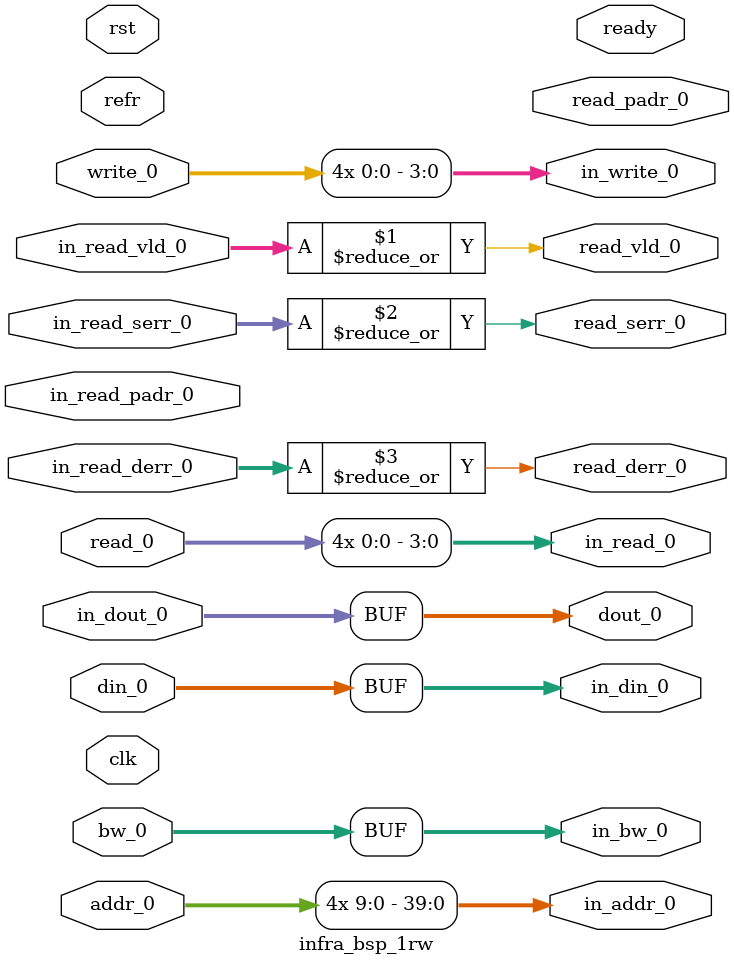
<source format=v>
module infra_bsp_1rw
#(
parameter AW = 10, 
parameter DW = 32,
parameter BSPF = 4,
parameter BNKDW = 8,
parameter PADW = 0
)
(
input clk, 
input rst, 
input refr,
output ready,
 
input 				read_0, 
input 				write_0, 
input  [AW - 1:0] 	addr_0, 
input  [DW-1:0] 	bw_0,
input  [DW - 1:0] 	din_0, 
output [DW - 1:0] 	dout_0,
output 				read_vld_0, 
output 				read_serr_0,
output 				read_derr_0, 
output [PADW - 1:0] read_padr_0,

output [BSPF - 1:0]			in_read_0, 
output [BSPF - 1:0]			in_write_0, 
output [AW*BSPF - 1:0] 		in_addr_0, 
output [BNKDW*BSPF - 1:0] 	in_bw_0,
output [BNKDW*BSPF - 1:0] 	in_din_0, 
input  [BNKDW*BSPF - 1:0] 	in_dout_0,
input  [BSPF - 1:0]			in_read_vld_0, 
input  [BSPF - 1:0]			in_read_serr_0,
input  [BSPF - 1:0]			in_read_derr_0, 
input  [PADW*BSPF - 1:0] 	in_read_padr_0
);
	assign in_read_0 = {BSPF{read_0}};
	assign in_write_0 = {BSPF{write_0}};
	assign in_addr_0 = {BSPF{addr_0}};
	assign in_bw_0 = bw_0;
	assign in_din_0 = din_0;
	assign dout_0 = in_dout_0;
	assign read_vld_0 = |in_read_vld_0;
	assign read_serr_0 = |in_read_serr_0;
	assign read_derr_0 = |in_read_derr_0;

endmodule


</source>
